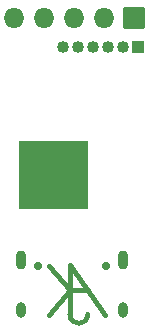
<source format=gbr>
%TF.GenerationSoftware,KiCad,Pcbnew,(6.0.10-0)*%
%TF.CreationDate,2023-01-07T15:17:09+00:00*%
%TF.ProjectId,Shelly,5368656c-6c79-42e6-9b69-6361645f7063,4*%
%TF.SameCoordinates,Original*%
%TF.FileFunction,Soldermask,Bot*%
%TF.FilePolarity,Negative*%
%FSLAX46Y46*%
G04 Gerber Fmt 4.6, Leading zero omitted, Abs format (unit mm)*
G04 Created by KiCad (PCBNEW (6.0.10-0)) date 2023-01-07 15:17:09*
%MOMM*%
%LPD*%
G01*
G04 APERTURE LIST*
G04 Aperture macros list*
%AMRoundRect*
0 Rectangle with rounded corners*
0 $1 Rounding radius*
0 $2 $3 $4 $5 $6 $7 $8 $9 X,Y pos of 4 corners*
0 Add a 4 corners polygon primitive as box body*
4,1,4,$2,$3,$4,$5,$6,$7,$8,$9,$2,$3,0*
0 Add four circle primitives for the rounded corners*
1,1,$1+$1,$2,$3*
1,1,$1+$1,$4,$5*
1,1,$1+$1,$6,$7*
1,1,$1+$1,$8,$9*
0 Add four rect primitives between the rounded corners*
20,1,$1+$1,$2,$3,$4,$5,0*
20,1,$1+$1,$4,$5,$6,$7,0*
20,1,$1+$1,$6,$7,$8,$9,0*
20,1,$1+$1,$8,$9,$2,$3,0*%
G04 Aperture macros list end*
%ADD10C,0.450000*%
%ADD11RoundRect,0.010000X-0.850000X0.850000X-0.850000X-0.850000X0.850000X-0.850000X0.850000X0.850000X0*%
%ADD12O,1.720000X1.720000*%
%ADD13C,0.700000*%
%ADD14O,0.820000X1.620000*%
%ADD15O,0.820000X1.320000*%
%ADD16RoundRect,0.010000X0.500000X-0.500000X0.500000X0.500000X-0.500000X0.500000X-0.500000X-0.500000X0*%
%ADD17O,1.020000X1.020000*%
G04 APERTURE END LIST*
D10*
%TO.C,Art1*%
X176800000Y-79125000D02*
X175000000Y-81225000D01*
X176800000Y-77025000D02*
X176800000Y-81225000D01*
X175000000Y-77125000D02*
X176800000Y-79125000D01*
X176800000Y-77025000D02*
X179800000Y-81225000D01*
X176800000Y-79125000D02*
X178300000Y-79125000D01*
X176800000Y-81225000D02*
G75*
G03*
X178300000Y-81225000I750000J0D01*
G01*
%TO.C,Art2*%
G36*
X178300000Y-72300000D02*
G01*
X172500000Y-72300000D01*
X172500000Y-66500000D01*
X178300000Y-66500000D01*
X178300000Y-72300000D01*
G37*
%TD*%
D11*
%TO.C,J1*%
X182200000Y-56100000D03*
D12*
X179660000Y-56100000D03*
X177120000Y-56100000D03*
X174580000Y-56100000D03*
X172040000Y-56100000D03*
%TD*%
D13*
%TO.C,J3*%
X174110000Y-77110000D03*
X179890000Y-77110000D03*
D14*
X172680000Y-76620000D03*
D15*
X181320000Y-80810000D03*
D14*
X181320000Y-76620000D03*
D15*
X172680000Y-80810000D03*
%TD*%
D16*
%TO.C,J2*%
X182600000Y-58600000D03*
D17*
X181330000Y-58600000D03*
X180060000Y-58600000D03*
X178790000Y-58600000D03*
X177520000Y-58600000D03*
X176250000Y-58600000D03*
%TD*%
M02*

</source>
